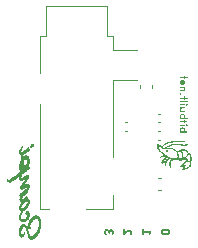
<source format=gbr>
%TF.GenerationSoftware,KiCad,Pcbnew,8.99.0-2176-gc19aa8170b*%
%TF.CreationDate,2024-08-30T16:07:14-04:00*%
%TF.ProjectId,scampi,7363616d-7069-42e6-9b69-6361645f7063,rev?*%
%TF.SameCoordinates,Original*%
%TF.FileFunction,Legend,Bot*%
%TF.FilePolarity,Positive*%
%FSLAX46Y46*%
G04 Gerber Fmt 4.6, Leading zero omitted, Abs format (unit mm)*
G04 Created by KiCad (PCBNEW 8.99.0-2176-gc19aa8170b) date 2024-08-30 16:07:14*
%MOMM*%
%LPD*%
G01*
G04 APERTURE LIST*
%ADD10C,0.093750*%
%ADD11C,0.400000*%
%ADD12C,0.300000*%
%ADD13C,0.125000*%
%ADD14C,0.120000*%
G04 APERTURE END LIST*
D10*
G36*
X148349261Y-101667023D02*
G01*
X148350718Y-101631455D01*
X148355057Y-101596986D01*
X148362090Y-101564448D01*
X148371816Y-101533563D01*
X148383692Y-101505646D01*
X148397983Y-101479797D01*
X148413756Y-101457398D01*
X148431635Y-101437325D01*
X148450475Y-101420665D01*
X148471140Y-101406483D01*
X148492559Y-101395425D01*
X148515588Y-101386969D01*
X148539481Y-101381402D01*
X148564845Y-101378601D01*
X148577094Y-101378282D01*
X148602654Y-101379720D01*
X148626487Y-101383921D01*
X148648612Y-101390723D01*
X148669016Y-101399956D01*
X148705393Y-101425696D01*
X148735766Y-101461133D01*
X148759519Y-101506489D01*
X148767191Y-101528400D01*
X148772457Y-101528400D01*
X148784460Y-101502619D01*
X148798348Y-101479794D01*
X148813402Y-101460644D01*
X148830047Y-101444242D01*
X148847754Y-101430893D01*
X148866839Y-101420175D01*
X148908769Y-101406674D01*
X148944649Y-101403470D01*
X148972197Y-101404920D01*
X148997954Y-101409206D01*
X149021344Y-101416034D01*
X149042987Y-101425386D01*
X149080702Y-101451091D01*
X149111666Y-101486258D01*
X149135797Y-101531494D01*
X149152281Y-101587687D01*
X149159692Y-101655548D01*
X149159933Y-101671191D01*
X149158484Y-101703112D01*
X149154202Y-101733914D01*
X149137338Y-101792966D01*
X149109003Y-101850308D01*
X149095865Y-101870722D01*
X149086338Y-101882188D01*
X149076050Y-101889830D01*
X149066170Y-101893542D01*
X149055839Y-101894291D01*
X149033838Y-101887049D01*
X149022364Y-101879102D01*
X148988750Y-101851808D01*
X148977857Y-101841215D01*
X148970915Y-101830090D01*
X148967979Y-101819779D01*
X148967975Y-101809009D01*
X148976863Y-101785320D01*
X148981422Y-101778306D01*
X148995836Y-101753824D01*
X149006212Y-101728997D01*
X149011526Y-101707950D01*
X149013874Y-101685742D01*
X149013983Y-101679617D01*
X149012529Y-101658605D01*
X149008211Y-101640277D01*
X149001839Y-101625970D01*
X148993196Y-101613999D01*
X148982928Y-101604837D01*
X148970700Y-101597873D01*
X148939913Y-101590667D01*
X148931002Y-101590362D01*
X148911839Y-101591889D01*
X148894316Y-101596718D01*
X148880825Y-101603686D01*
X148868688Y-101613529D01*
X148849547Y-101641155D01*
X148835776Y-101683637D01*
X148831259Y-101712178D01*
X148828199Y-101729358D01*
X148822365Y-101743360D01*
X148815239Y-101752583D01*
X148806011Y-101759416D01*
X148782220Y-101765592D01*
X148777678Y-101765713D01*
X148748277Y-101765713D01*
X148733361Y-101764256D01*
X148720971Y-101759922D01*
X148711932Y-101753620D01*
X148704813Y-101745079D01*
X148695955Y-101720558D01*
X148694742Y-101711124D01*
X148690596Y-101673477D01*
X148684122Y-101642633D01*
X148676594Y-101620710D01*
X148667392Y-101603144D01*
X148657555Y-101590548D01*
X148646405Y-101580944D01*
X148620311Y-101569466D01*
X148589733Y-101566227D01*
X148572661Y-101567670D01*
X148557367Y-101571904D01*
X148544253Y-101578540D01*
X148532833Y-101587542D01*
X148514773Y-101612827D01*
X148503443Y-101649228D01*
X148500478Y-101685891D01*
X148506115Y-101731041D01*
X148523045Y-101775130D01*
X148542472Y-101806654D01*
X148550850Y-101821139D01*
X148555140Y-101834985D01*
X148555489Y-101846250D01*
X148552720Y-101856962D01*
X148538378Y-101875874D01*
X148532993Y-101880156D01*
X148497318Y-101906397D01*
X148483113Y-101914804D01*
X148469227Y-101919228D01*
X148457787Y-101919690D01*
X148446732Y-101916985D01*
X148427016Y-101902596D01*
X148424869Y-101900123D01*
X148407143Y-101876937D01*
X148391529Y-101851513D01*
X148378428Y-101824440D01*
X148367596Y-101795140D01*
X148359196Y-101763760D01*
X148353280Y-101730096D01*
X148349261Y-101667023D01*
G37*
D11*
G36*
X143019570Y-101173887D02*
G01*
X143030806Y-101105194D01*
X143039354Y-101015587D01*
X143042041Y-100966281D01*
X143042041Y-100899572D01*
X143040697Y-100832863D01*
X143036545Y-100780198D01*
X143030806Y-100741120D01*
X143024455Y-100709368D01*
X143022501Y-100708452D01*
X143019692Y-100677006D01*
X143006870Y-100626936D01*
X142989895Y-100575798D01*
X142974141Y-100539772D01*
X142963761Y-100521301D01*
X142951427Y-100502983D01*
X142937627Y-100482069D01*
X142927369Y-100455355D01*
X142917843Y-100443449D01*
X142916133Y-100444975D01*
X142906730Y-100422077D01*
X142898156Y-100414212D01*
X142893053Y-100419024D01*
X142896594Y-100416887D01*
X142887313Y-100392616D01*
X142880718Y-100382540D01*
X142877055Y-100374908D01*
X142870338Y-100366512D01*
X142856416Y-100354300D01*
X142848722Y-100344530D01*
X142839563Y-100338577D01*
X142840662Y-100341935D01*
X142837455Y-100328712D01*
X142828328Y-100324533D01*
X142822711Y-100324533D01*
X142823810Y-100326059D01*
X142814284Y-100314153D01*
X142808789Y-100314153D01*
X142809888Y-100315526D01*
X142800362Y-100303620D01*
X142798653Y-100301482D01*
X142795672Y-100292691D01*
X142785708Y-100293087D01*
X142781922Y-100290949D01*
X142778595Y-100275346D01*
X142769588Y-100280569D01*
X142766779Y-100281332D01*
X142765069Y-100280569D01*
X142755544Y-100268662D01*
X142749316Y-100268662D01*
X142716587Y-100248207D01*
X142652595Y-100232026D01*
X142576514Y-100225004D01*
X142506172Y-100226683D01*
X142435341Y-100249733D01*
X142353520Y-100299040D01*
X142266448Y-100365749D01*
X142184870Y-100441311D01*
X142094317Y-100563158D01*
X142017808Y-100683570D01*
X141954843Y-100809280D01*
X141912418Y-100933003D01*
X141901060Y-100989789D01*
X141898251Y-101060467D01*
X141903869Y-101156027D01*
X141929392Y-101244260D01*
X141939528Y-101276164D01*
X141946978Y-101297993D01*
X141971646Y-101336004D01*
X141983370Y-101354322D01*
X141987766Y-101359817D01*
X141994483Y-101366076D01*
X142000956Y-101369129D01*
X142008039Y-101375082D01*
X142024036Y-101390653D01*
X142033684Y-101392790D01*
X142062016Y-101401186D01*
X142073862Y-101403018D01*
X142083387Y-101404697D01*
X142101781Y-101404024D01*
X142127351Y-101383936D01*
X142145934Y-101355369D01*
X142146769Y-101335851D01*
X142147868Y-101323333D01*
X142153485Y-101309442D01*
X142142861Y-101300436D01*
X142141151Y-101277996D01*
X142143960Y-101247008D01*
X142133213Y-101240901D01*
X142127840Y-101239833D01*
X142127107Y-101206555D01*
X142111231Y-101192053D01*
X142111231Y-101198006D01*
X142104026Y-101179841D01*
X142089873Y-101151716D01*
X142087551Y-101102044D01*
X142104515Y-101016809D01*
X142148845Y-100925065D01*
X142210272Y-100825689D01*
X142261685Y-100752721D01*
X142315907Y-100693492D01*
X142358527Y-100654413D01*
X142377578Y-100634111D01*
X142416168Y-100602970D01*
X142460865Y-100569844D01*
X142497257Y-100543588D01*
X142591168Y-100497029D01*
X142632588Y-100490541D01*
X142673845Y-100495198D01*
X142720861Y-100510157D01*
X142746018Y-100525423D01*
X142755177Y-100533666D01*
X142766615Y-100543981D01*
X142788761Y-100586178D01*
X142818925Y-100677311D01*
X142824420Y-100710284D01*
X142830038Y-100736693D01*
X142831381Y-100749821D01*
X142832847Y-100764628D01*
X142836144Y-100787678D01*
X142835655Y-100847060D01*
X142829203Y-100976656D01*
X142810498Y-101094356D01*
X142779210Y-101210780D01*
X142729654Y-101348674D01*
X142638918Y-101543915D01*
X142585906Y-101630342D01*
X142517773Y-101725113D01*
X142440968Y-101814394D01*
X142365854Y-101888908D01*
X142289000Y-101949849D01*
X142222850Y-101986147D01*
X142161179Y-101994696D01*
X142110987Y-101989964D01*
X142091487Y-101971910D01*
X142071908Y-101939436D01*
X142054323Y-101887840D01*
X142052002Y-101873948D01*
X142043087Y-101849524D01*
X142028799Y-101817009D01*
X142023426Y-101783426D01*
X142001078Y-101683439D01*
X141971646Y-101567882D01*
X141942093Y-101462704D01*
X141920111Y-101395080D01*
X141918646Y-101385615D01*
X141917302Y-101378746D01*
X141914005Y-101366687D01*
X141908143Y-101358291D01*
X141903258Y-101343789D01*
X141893733Y-101328371D01*
X141893733Y-101329897D01*
X141894954Y-101326234D01*
X141890436Y-101308831D01*
X141883230Y-101292345D01*
X141872484Y-101270363D01*
X141869187Y-101258304D01*
X141863325Y-101249908D01*
X141858562Y-101237390D01*
X141862407Y-101227173D01*
X141851845Y-101223499D01*
X141844518Y-101217851D01*
X141834260Y-101189153D01*
X141827787Y-101179383D01*
X141815453Y-101167476D01*
X141816064Y-101167934D01*
X141816752Y-101154413D01*
X141809836Y-101151448D01*
X141810935Y-101151448D01*
X141802386Y-101132519D01*
X141799699Y-101126871D01*
X141790174Y-101109468D01*
X141773443Y-101097561D01*
X141765750Y-101089471D01*
X141747676Y-101070542D01*
X141731067Y-101052987D01*
X141722763Y-101041538D01*
X141715436Y-101037111D01*
X141709330Y-101029326D01*
X141689907Y-101007483D01*
X141651688Y-100985973D01*
X141624944Y-100971929D01*
X141608335Y-100964602D01*
X141601863Y-100963686D01*
X141598321Y-100959106D01*
X141532360Y-100942831D01*
X141473486Y-100948788D01*
X141419047Y-100975745D01*
X141396699Y-100989789D01*
X141311824Y-101074511D01*
X141265053Y-101137454D01*
X141227316Y-101204723D01*
X141176683Y-101322760D01*
X141144833Y-101443087D01*
X141130726Y-101567351D01*
X141134382Y-101697483D01*
X141142808Y-101768008D01*
X141165401Y-101866468D01*
X141180910Y-101926461D01*
X141194221Y-101962792D01*
X141207411Y-101992559D01*
X141222309Y-102013167D01*
X141221088Y-102009808D01*
X141234277Y-102037286D01*
X141256381Y-102064916D01*
X141263831Y-102071938D01*
X141265077Y-102082312D01*
X141284836Y-102094530D01*
X141325746Y-102104147D01*
X141338691Y-102106284D01*
X141342644Y-102114426D01*
X141359330Y-102118191D01*
X141383345Y-102113095D01*
X141415505Y-102094988D01*
X141480718Y-102034843D01*
X141544221Y-101950122D01*
X141595024Y-101853188D01*
X141623234Y-101773656D01*
X141634713Y-101700536D01*
X141627997Y-101657183D01*
X141620145Y-101639582D01*
X141613953Y-101641002D01*
X141611877Y-101642376D01*
X141598792Y-101634440D01*
X141568646Y-101677028D01*
X141536777Y-101733586D01*
X141487191Y-101784036D01*
X141430529Y-101820243D01*
X141381556Y-101835480D01*
X141347484Y-101835480D01*
X141337226Y-101816399D01*
X141319768Y-101779616D01*
X141312923Y-101718091D01*
X141317443Y-101642633D01*
X141330997Y-101568950D01*
X141379602Y-101426526D01*
X141404392Y-101379967D01*
X141440418Y-101329745D01*
X141477787Y-101288224D01*
X141506608Y-101264257D01*
X141518087Y-101255251D01*
X141529323Y-101246550D01*
X141551476Y-101236292D01*
X141592581Y-101236780D01*
X141633977Y-101250035D01*
X141664633Y-101274027D01*
X141700170Y-101321960D01*
X141722030Y-101357833D01*
X141727159Y-101376609D01*
X141735586Y-101390958D01*
X141748897Y-101424542D01*
X141761353Y-101460720D01*
X141766727Y-101483618D01*
X141773443Y-101501173D01*
X141779672Y-101522697D01*
X141789197Y-101551700D01*
X141790540Y-101558265D01*
X141791884Y-101565286D01*
X141806050Y-101619783D01*
X141820094Y-101691072D01*
X141834626Y-101752438D01*
X141846594Y-101789532D01*
X141856242Y-101826474D01*
X141857585Y-101833801D01*
X141859050Y-101837923D01*
X141870286Y-101872880D01*
X141878712Y-101908906D01*
X141878712Y-101910432D01*
X141880055Y-101917759D01*
X141881521Y-101920812D01*
X141884574Y-101936688D01*
X141895931Y-101968592D01*
X141905457Y-101995917D01*
X141909487Y-102008282D01*
X141923775Y-102055757D01*
X141944169Y-102102773D01*
X141948688Y-102115291D01*
X141952473Y-102120176D01*
X141962121Y-102128572D01*
X141962609Y-102131014D01*
X141965418Y-102136204D01*
X141969326Y-102139257D01*
X141974944Y-102146127D01*
X141976653Y-102149790D01*
X141983981Y-102162766D01*
X141999856Y-102189785D01*
X142018907Y-102215278D01*
X142033684Y-102226574D01*
X142044797Y-102238786D01*
X142053224Y-102249624D01*
X142061650Y-102254509D01*
X142068977Y-102255120D01*
X142120635Y-102277102D01*
X142195983Y-102289467D01*
X142246414Y-102281751D01*
X142316151Y-102254357D01*
X142387488Y-102213153D01*
X142463918Y-102155896D01*
X142551908Y-102077277D01*
X142644902Y-101973325D01*
X142732592Y-101858054D01*
X142811964Y-101738394D01*
X142880182Y-101602343D01*
X142938115Y-101463010D01*
X142985339Y-101319118D01*
X143019570Y-101173887D01*
G37*
G36*
X142466727Y-102103384D02*
G01*
X142535359Y-102045529D01*
X142601182Y-101984316D01*
X142615348Y-101968287D01*
X142610097Y-101966303D01*
X142564180Y-102014999D01*
X142498600Y-102076059D01*
X142439127Y-102126282D01*
X142408597Y-102146890D01*
X142415191Y-102145211D01*
X142466727Y-102103384D01*
G37*
G36*
X142551357Y-101788005D02*
G01*
X142506538Y-101836854D01*
X142456468Y-101894404D01*
X142403468Y-101946611D01*
X142362801Y-101981873D01*
X142348147Y-101996833D01*
X142369030Y-101977294D01*
X142439005Y-101912569D01*
X142514720Y-101837159D01*
X142551357Y-101788005D01*
G37*
G36*
X142387592Y-102122618D02*
G01*
X142370373Y-102143379D01*
X142433021Y-102096515D01*
X142455491Y-102080639D01*
X142472588Y-102064610D01*
X142482480Y-102053772D01*
X142469902Y-102061099D01*
X142445600Y-102083081D01*
X142415191Y-102107200D01*
X142387592Y-102122618D01*
G37*
G36*
X142190854Y-100643728D02*
G01*
X142186214Y-100654566D01*
X142207096Y-100630447D01*
X142243489Y-100596711D01*
X142226880Y-100609839D01*
X142190854Y-100643728D01*
G37*
G36*
X142211127Y-100717764D02*
G01*
X142221629Y-100711963D01*
X142243611Y-100686318D01*
X142253014Y-100676090D01*
X142263150Y-100665252D01*
X142267547Y-100654719D01*
X142256922Y-100662504D01*
X142237993Y-100686165D01*
X142227247Y-100696240D01*
X142215523Y-100707231D01*
X142211127Y-100717764D01*
G37*
G36*
X142148356Y-100605870D02*
G01*
X142165331Y-100583125D01*
X142175223Y-100565265D01*
X142145669Y-100602359D01*
X142128084Y-100623578D01*
X142148356Y-100605870D01*
G37*
G36*
X142243244Y-100721733D02*
G01*
X142222240Y-100741272D01*
X142212714Y-100752721D01*
X142248984Y-100721427D01*
X142265959Y-100700209D01*
X142270355Y-100689676D01*
X142259609Y-100695782D01*
X142243244Y-100721733D01*
G37*
G36*
X142410673Y-102036980D02*
G01*
X142435464Y-102007061D01*
X142408841Y-102030722D01*
X142372937Y-102056673D01*
X142374769Y-102062779D01*
X142410673Y-102036980D01*
G37*
G36*
X141396577Y-101178620D02*
G01*
X141402438Y-101181825D01*
X141406957Y-101172361D01*
X141409766Y-101170224D01*
X141407079Y-101170224D01*
X141396577Y-101178620D01*
G37*
G36*
X141426496Y-101245786D02*
G01*
X141429305Y-101231895D01*
X141425397Y-101236933D01*
X141420512Y-101242886D01*
X141415261Y-101252808D01*
X141416971Y-101254793D01*
X141426496Y-101245786D01*
G37*
G36*
X141499281Y-101833496D02*
G01*
X141514302Y-101821436D01*
X141516011Y-101817315D01*
X141516011Y-101813956D01*
X141513203Y-101812430D01*
X141506486Y-101823421D01*
X141499281Y-101833496D01*
G37*
G36*
X141529445Y-101795943D02*
G01*
X141531154Y-101805408D01*
X141535673Y-101798538D01*
X141529445Y-101795943D01*
G37*
G36*
X141469361Y-101982331D02*
G01*
X141469605Y-101985842D01*
X141470826Y-101984316D01*
X141469361Y-101982331D01*
G37*
G36*
X141454462Y-101990880D02*
G01*
X141449944Y-102003244D01*
X141451653Y-102001260D01*
X141454462Y-101990880D01*
G37*
G36*
X141468506Y-102008282D02*
G01*
X141461912Y-102015609D01*
X141463988Y-102020799D01*
X141468506Y-102008282D01*
G37*
G36*
X141344797Y-100789510D02*
G01*
X141404759Y-100808592D01*
X141442739Y-100817445D01*
X141559731Y-100822636D01*
X141659870Y-100799738D01*
X141754392Y-100745088D01*
X141851479Y-100655482D01*
X141909825Y-100585791D01*
X141964075Y-100498861D01*
X142010504Y-100404585D01*
X142045774Y-100314305D01*
X142066901Y-100179666D01*
X142066938Y-100109765D01*
X142059696Y-100065941D01*
X142055300Y-100043654D01*
X142050170Y-100031289D01*
X142048827Y-100027930D01*
X142042110Y-100013734D01*
X142034661Y-99999537D01*
X142021071Y-99949247D01*
X142014145Y-99941682D01*
X142015244Y-99941682D01*
X142015244Y-99929775D01*
X142006817Y-99924127D01*
X141996437Y-99912373D01*
X141983614Y-99905656D01*
X141970059Y-99887033D01*
X141934277Y-99860166D01*
X141907288Y-99847801D01*
X141891779Y-99842306D01*
X141849404Y-99838862D01*
X141788464Y-99867493D01*
X141743401Y-99897413D01*
X141703468Y-99938171D01*
X141670261Y-99988612D01*
X141657672Y-100025335D01*
X141657200Y-100059050D01*
X141666831Y-100081053D01*
X141676547Y-100085970D01*
X141697850Y-100067620D01*
X141714703Y-100043043D01*
X141697362Y-100064872D01*
X141682829Y-100127001D01*
X141686922Y-100138006D01*
X141701758Y-100142419D01*
X141705544Y-100138908D01*
X141706643Y-100161653D01*
X141717512Y-100183025D01*
X141744501Y-100210960D01*
X141759704Y-100216021D01*
X141776252Y-100203938D01*
X141784923Y-100189589D01*
X141804340Y-100161653D01*
X141837069Y-100134787D01*
X141866256Y-100118300D01*
X141875293Y-100120437D01*
X141873217Y-100136618D01*
X141855083Y-100200239D01*
X141814842Y-100288812D01*
X141764201Y-100371457D01*
X141712260Y-100431084D01*
X141624760Y-100502036D01*
X141536615Y-100534332D01*
X141444204Y-100531529D01*
X141422588Y-100527865D01*
X141409766Y-100527865D01*
X141399630Y-100526186D01*
X141384487Y-100520843D01*
X141376182Y-100520843D01*
X141374473Y-100520232D01*
X141357742Y-100503746D01*
X141340889Y-100494282D01*
X141334173Y-100478864D01*
X141321716Y-100457798D01*
X141309993Y-100419940D01*
X141304497Y-100324991D01*
X141310783Y-100263059D01*
X141332219Y-100184856D01*
X141369832Y-100080290D01*
X141405980Y-100003811D01*
X141446402Y-99934050D01*
X141499525Y-99846733D01*
X141518210Y-99812386D01*
X141522728Y-99790099D01*
X141515645Y-99772391D01*
X141516744Y-99772697D01*
X141514924Y-99754511D01*
X141500502Y-99755294D01*
X141500380Y-99760637D01*
X141502533Y-99741691D01*
X141489633Y-99746441D01*
X141429549Y-99805059D01*
X141330020Y-99913747D01*
X141277684Y-99977716D01*
X141227438Y-100054187D01*
X141190802Y-100121201D01*
X141169675Y-100172492D01*
X141156974Y-100220119D01*
X141145739Y-100276295D01*
X141138656Y-100354147D01*
X141140000Y-100442838D01*
X141144396Y-100465125D01*
X141152822Y-100480848D01*
X141154043Y-100483749D01*
X141156974Y-100499624D01*
X141185243Y-100595119D01*
X141208143Y-100640827D01*
X141245024Y-100696087D01*
X141269815Y-100716085D01*
X141268715Y-100721580D01*
X141278241Y-100733487D01*
X141282759Y-100737609D01*
X141285446Y-100741120D01*
X141292163Y-100747531D01*
X141299490Y-100751653D01*
X141319030Y-100772108D01*
X141335760Y-100778977D01*
X141333073Y-100777603D01*
X141344797Y-100789510D01*
G37*
G36*
X141795792Y-100662199D02*
G01*
X141812766Y-100644491D01*
X141837679Y-100618540D01*
X141868576Y-100581751D01*
X141890924Y-100551984D01*
X141887749Y-100551221D01*
X141850502Y-100595795D01*
X141807271Y-100644491D01*
X141795792Y-100662199D01*
G37*
G36*
X141732288Y-100500540D02*
G01*
X141735586Y-100503135D01*
X141781748Y-100455813D01*
X141808248Y-100421009D01*
X141795792Y-100427878D01*
X141767948Y-100464515D01*
X141732288Y-100500540D01*
G37*
G36*
X141780160Y-100633195D02*
G01*
X141784312Y-100633500D01*
X141817896Y-100602970D01*
X141846228Y-100564196D01*
X141815453Y-100595642D01*
X141780160Y-100633195D01*
G37*
G36*
X141775031Y-100562059D02*
G01*
X141779549Y-100559617D01*
X141780648Y-100558701D01*
X141780160Y-100555342D01*
X141771367Y-100556411D01*
X141766238Y-100569692D01*
X141767826Y-100567554D01*
X141770757Y-100565570D01*
X141775031Y-100562059D01*
G37*
G36*
X141491831Y-98472867D02*
G01*
X141499159Y-98475004D01*
X141505875Y-98496680D01*
X141502822Y-98526905D01*
X141474490Y-98576975D01*
X141442250Y-98645058D01*
X141407201Y-98718483D01*
X141374961Y-98784887D01*
X141354200Y-98828240D01*
X141344309Y-98863655D01*
X141363970Y-98863197D01*
X141412070Y-98848968D01*
X141489267Y-98811143D01*
X141659748Y-98699402D01*
X141798445Y-98605826D01*
X141829741Y-98605826D01*
X141829892Y-98604641D01*
X141829741Y-98604453D01*
X141829741Y-98605826D01*
X141798445Y-98605826D01*
X141799531Y-98605093D01*
X141830840Y-98595446D01*
X141830840Y-98597210D01*
X141831388Y-98592914D01*
X141838168Y-98600484D01*
X141847693Y-98626740D01*
X141847693Y-98638799D01*
X141849403Y-98639410D01*
X141859050Y-98635899D01*
X141878468Y-98642921D01*
X141882986Y-98642921D01*
X141891290Y-98658339D01*
X141886406Y-98681694D01*
X141881643Y-98691311D01*
X141883719Y-98688258D01*
X141898618Y-98688258D01*
X141903869Y-98691769D01*
X141911311Y-98686446D01*
X141910952Y-98700013D01*
X141903381Y-98733901D01*
X141901671Y-98744740D01*
X141908265Y-98747793D01*
X141917516Y-98751647D01*
X141920600Y-98763210D01*
X141926706Y-98776033D01*
X141937941Y-98786719D01*
X141962976Y-98805190D01*
X141976531Y-98826103D01*
X141983859Y-98831751D01*
X141995094Y-98836636D01*
X141999002Y-98843658D01*
X141999979Y-98845795D01*
X142005230Y-98847322D01*
X142014389Y-98870219D01*
X142023016Y-98873650D01*
X142018663Y-98884111D01*
X142018663Y-98892506D01*
X142019152Y-98894644D01*
X142029776Y-98910061D01*
X142034783Y-98935249D01*
X142044309Y-98950667D01*
X142046629Y-98964558D01*
X142046629Y-98974328D01*
X142057376Y-99013559D01*
X142062260Y-99064240D01*
X142057986Y-99111867D01*
X142055177Y-99141939D01*
X142049438Y-99170485D01*
X142036859Y-99208954D01*
X142027090Y-99254444D01*
X142017076Y-99288027D01*
X142003032Y-99323290D01*
X141980439Y-99370765D01*
X141916442Y-99486747D01*
X141830108Y-99606154D01*
X141732425Y-99713378D01*
X141632027Y-99799105D01*
X141521411Y-99867671D01*
X141423321Y-99897718D01*
X141352373Y-99905486D01*
X141294727Y-99886728D01*
X141257480Y-99866272D01*
X141236720Y-99851160D01*
X141219989Y-99826430D01*
X141219989Y-99824904D01*
X141217180Y-99817882D01*
X141211196Y-99810554D01*
X141201304Y-99794526D01*
X141183597Y-99772391D01*
X141183597Y-99752547D01*
X141167233Y-99720490D01*
X141155631Y-99672557D01*
X141147937Y-99614397D01*
X141145073Y-99593025D01*
X141304497Y-99593025D01*
X141313900Y-99612412D01*
X141358597Y-99629357D01*
X141420024Y-99625846D01*
X141478796Y-99600297D01*
X141551793Y-99551199D01*
X141621654Y-99488146D01*
X141683928Y-99413812D01*
X141758940Y-99310499D01*
X141816186Y-99212007D01*
X141859192Y-99111785D01*
X141878712Y-99031725D01*
X141874193Y-99016307D01*
X141811545Y-99040426D01*
X141781870Y-99056760D01*
X141770757Y-99053554D01*
X141767085Y-99042773D01*
X141772437Y-99030996D01*
X141736318Y-99044395D01*
X141732272Y-99040390D01*
X141736406Y-99030689D01*
X141720565Y-99040426D01*
X141661336Y-99099044D01*
X141552159Y-99216281D01*
X141480840Y-99296728D01*
X141427840Y-99361300D01*
X141376304Y-99430909D01*
X141342965Y-99491665D01*
X141318175Y-99545245D01*
X141304497Y-99593025D01*
X141145073Y-99593025D01*
X141143907Y-99584324D01*
X141140000Y-99572418D01*
X141141953Y-99528759D01*
X141147937Y-99465256D01*
X141164550Y-99404531D01*
X141195931Y-99330922D01*
X141237889Y-99256448D01*
X141300223Y-99165601D01*
X141313534Y-99142245D01*
X141318785Y-99131864D01*
X141290819Y-99121179D01*
X141247100Y-99096602D01*
X141229191Y-99078373D01*
X141231346Y-99066072D01*
X141230125Y-99066682D01*
X141222309Y-99060881D01*
X141204235Y-99034625D01*
X141201060Y-99018444D01*
X141193489Y-99004400D01*
X141187138Y-98986693D01*
X141184207Y-98969596D01*
X141184207Y-98948530D01*
X141178590Y-98907008D01*
X141172972Y-98861671D01*
X141175903Y-98814807D01*
X141190314Y-98764279D01*
X141261022Y-98675741D01*
X141437976Y-98496833D01*
X141480474Y-98461571D01*
X141488820Y-98460644D01*
X141491831Y-98472867D01*
G37*
G36*
X141249176Y-98694517D02*
G01*
X141255404Y-98706424D01*
X141281294Y-98702913D01*
X141315732Y-98688716D01*
X141370687Y-98658797D01*
X141429305Y-98627350D01*
X141475223Y-98604911D01*
X141510638Y-98585371D01*
X141565471Y-98550109D01*
X141628485Y-98508129D01*
X141686004Y-98464318D01*
X141817522Y-98377824D01*
X141849281Y-98363721D01*
X141876692Y-98355316D01*
X141899351Y-98337923D01*
X141915102Y-98313266D01*
X141920111Y-98285716D01*
X141918015Y-98265926D01*
X141905090Y-98263734D01*
X141905701Y-98267092D01*
X141908143Y-98263734D01*
X141913832Y-98252155D01*
X141907411Y-98248927D01*
X141908387Y-98242363D01*
X141911318Y-98213511D01*
X141897519Y-98196567D01*
X141897519Y-98185271D01*
X141894344Y-98156878D01*
X141877002Y-98140544D01*
X141873339Y-98137338D01*
X141893855Y-98106808D01*
X141917547Y-98077041D01*
X141938674Y-98047274D01*
X141949542Y-98030482D01*
X141956870Y-98020865D01*
X141972379Y-97996288D01*
X141996315Y-97954156D01*
X142020251Y-97908513D01*
X142037226Y-97871266D01*
X142060184Y-97779370D01*
X142063312Y-97729923D01*
X142057131Y-97715714D01*
X142057131Y-97715256D01*
X142055177Y-97708234D01*
X142057131Y-97705944D01*
X142057131Y-97692816D01*
X142045286Y-97677093D01*
X142037470Y-97643662D01*
X142028555Y-97625191D01*
X142016831Y-97603057D01*
X142010115Y-97596646D01*
X142005718Y-97589318D01*
X142004009Y-97587792D01*
X142005352Y-97577411D01*
X141995704Y-97580922D01*
X141990087Y-97580770D01*
X141991244Y-97571235D01*
X141973722Y-97556956D01*
X141946612Y-97539859D01*
X141927658Y-97526975D01*
X141892878Y-97532074D01*
X141798600Y-97569016D01*
X141648757Y-97651295D01*
X141506730Y-97729147D01*
X141523583Y-97714493D01*
X141559242Y-97671598D01*
X141604061Y-97617406D01*
X141644605Y-97568405D01*
X141758056Y-97430102D01*
X141858928Y-97291800D01*
X141938918Y-97169068D01*
X141989598Y-97077477D01*
X142009870Y-96996571D01*
X142009751Y-96962777D01*
X142000101Y-96954897D01*
X142001200Y-96949249D01*
X141998147Y-96935663D01*
X141992529Y-96919635D01*
X141984225Y-96881167D01*
X141980928Y-96872923D01*
X141978852Y-96863917D01*
X141969937Y-96853842D01*
X141967616Y-96832471D01*
X141953695Y-96832471D01*
X141956503Y-96831250D01*
X141944169Y-96818427D01*
X141927561Y-96806367D01*
X141907777Y-96794002D01*
X141906067Y-96786370D01*
X141881216Y-96779267D01*
X141805561Y-96804841D01*
X141762086Y-96827586D01*
X141701758Y-96860864D01*
X141632027Y-96906354D01*
X141589895Y-96929252D01*
X141539581Y-96962377D01*
X141514424Y-96974437D01*
X141494518Y-96986954D01*
X141478642Y-96996877D01*
X141455806Y-97004204D01*
X141399874Y-97035803D01*
X141361406Y-97052747D01*
X141335499Y-97049764D01*
X141329654Y-97039009D01*
X141332463Y-97004051D01*
X141348949Y-96947723D01*
X141382288Y-96864222D01*
X141429794Y-96766525D01*
X141502822Y-96619216D01*
X141515767Y-96588686D01*
X141519919Y-96566857D01*
X141516258Y-96550241D01*
X141505143Y-96539227D01*
X141479986Y-96539685D01*
X141453363Y-96569604D01*
X141423932Y-96601203D01*
X141384609Y-96646693D01*
X141328555Y-96714929D01*
X141264197Y-96795529D01*
X141222065Y-96851705D01*
X141193855Y-96893989D01*
X141173949Y-96936732D01*
X141142808Y-97043130D01*
X141139981Y-97089322D01*
X141148670Y-97136248D01*
X141162348Y-97184486D01*
X141169064Y-97215016D01*
X141173583Y-97220512D01*
X141173583Y-97220054D01*
X141169025Y-97230545D01*
X141177491Y-97233945D01*
X141176392Y-97236082D01*
X141184330Y-97251500D01*
X141194221Y-97253484D01*
X141196908Y-97269055D01*
X141208265Y-97278061D01*
X141207166Y-97278061D01*
X141209120Y-97285846D01*
X141209975Y-97286304D01*
X141235743Y-97303401D01*
X141288377Y-97321262D01*
X141350186Y-97330115D01*
X141408056Y-97321262D01*
X141460080Y-97296685D01*
X141509295Y-97271955D01*
X141583422Y-97231808D01*
X141652177Y-97191355D01*
X141682341Y-97174258D01*
X141694431Y-97168610D01*
X141633614Y-97239593D01*
X141490854Y-97417890D01*
X141352369Y-97591150D01*
X141273722Y-97694648D01*
X141238185Y-97755251D01*
X141229515Y-97798756D01*
X141229515Y-97836614D01*
X141243925Y-97892027D01*
X141246367Y-97914619D01*
X141254183Y-97933395D01*
X141257480Y-97944081D01*
X141254549Y-97953446D01*
X141261755Y-97963926D01*
X141268227Y-97968505D01*
X141268715Y-97969116D01*
X141287889Y-97998272D01*
X141319640Y-98024376D01*
X141347117Y-98031245D01*
X141400512Y-98039667D01*
X141485725Y-98020865D01*
X141515645Y-98012011D01*
X141559487Y-97990792D01*
X141604427Y-97966215D01*
X141637889Y-97947134D01*
X141658771Y-97936754D01*
X141685638Y-97922557D01*
X141720443Y-97901644D01*
X141758178Y-97884241D01*
X141800676Y-97859970D01*
X141817773Y-97841346D01*
X141828276Y-97834172D01*
X141799455Y-97882257D01*
X141739982Y-97960109D01*
X141671716Y-98034909D01*
X141592337Y-98109861D01*
X141477665Y-98193667D01*
X141393768Y-98253201D01*
X141313900Y-98312735D01*
X141246612Y-98365247D01*
X141202892Y-98404021D01*
X141161707Y-98464670D01*
X141154043Y-98498970D01*
X141154043Y-98515151D01*
X141160638Y-98524616D01*
X141162348Y-98529195D01*
X141162348Y-98540644D01*
X141165106Y-98561843D01*
X141170774Y-98566595D01*
X141170774Y-98568579D01*
X141174071Y-98599262D01*
X141178712Y-98602163D01*
X141174772Y-98614274D01*
X141183353Y-98628266D01*
X141187627Y-98642158D01*
X141192512Y-98653912D01*
X141193122Y-98656049D01*
X141196734Y-98664335D01*
X141211074Y-98667956D01*
X141218401Y-98668108D01*
X141223620Y-98683076D01*
X141241849Y-98688869D01*
X141249176Y-98694517D01*
G37*
G36*
X141621646Y-98439894D02*
G01*
X141679288Y-98397609D01*
X141681120Y-98390282D01*
X141652299Y-98414248D01*
X141592459Y-98457754D01*
X141528346Y-98502939D01*
X141486946Y-98528890D01*
X141480596Y-98535759D01*
X141529078Y-98506450D01*
X141575362Y-98474851D01*
X141621646Y-98439894D01*
G37*
G36*
X141618471Y-98161762D02*
G01*
X141586353Y-98188782D01*
X141521140Y-98235646D01*
X141455806Y-98280831D01*
X141423688Y-98301439D01*
X141440052Y-98295333D01*
X141506852Y-98247705D01*
X141565471Y-98207405D01*
X141605160Y-98180844D01*
X141618471Y-98161762D01*
G37*
G36*
X141646437Y-98446763D02*
G01*
X141624944Y-98461876D01*
X141577072Y-98496222D01*
X141528590Y-98529195D01*
X141504898Y-98542781D01*
X141511249Y-98543850D01*
X141548618Y-98524005D01*
X141624211Y-98467982D01*
X141641430Y-98455312D01*
X141646437Y-98446763D01*
G37*
G36*
X141667808Y-98431345D02*
G01*
X141667198Y-98435772D01*
X141671472Y-98437146D01*
X141678311Y-98430124D01*
X141678311Y-98428750D01*
X141667808Y-98431345D01*
G37*
G36*
X141697484Y-98082994D02*
G01*
X141694064Y-98092916D01*
X141695163Y-98091543D01*
X141700415Y-98089711D01*
X141697484Y-98082994D01*
G37*
G36*
X141687958Y-98413333D02*
G01*
X141686737Y-98420202D01*
X141691133Y-98419591D01*
X141695286Y-98417912D01*
X141697972Y-98416080D01*
X141697972Y-98414554D01*
X141687958Y-98413333D01*
G37*
G36*
X141645216Y-98134438D02*
G01*
X141639110Y-98145429D01*
X141649368Y-98139170D01*
X141645216Y-98134438D01*
G37*
G36*
X141485481Y-94837159D02*
G01*
X141488046Y-94840212D01*
X141497044Y-94835019D01*
X141500380Y-94850745D01*
X141505265Y-94868758D01*
X141512398Y-94886238D01*
X141508562Y-94908448D01*
X141489145Y-95031485D01*
X141484870Y-95142463D01*
X141492808Y-95220468D01*
X141507707Y-95248098D01*
X141510394Y-95245961D01*
X141516500Y-95240313D01*
X141524804Y-95231612D01*
X141565715Y-95199860D01*
X141606748Y-95171619D01*
X141663168Y-95145211D01*
X141702979Y-95132693D01*
X141720321Y-95132693D01*
X141727159Y-95129182D01*
X141751584Y-95132846D01*
X141795181Y-95143379D01*
X141840610Y-95155744D01*
X141865767Y-95165513D01*
X141877002Y-95174672D01*
X141883719Y-95186579D01*
X141889092Y-95192685D01*
X141900826Y-95187500D01*
X141900450Y-95201234D01*
X141920966Y-95217262D01*
X141945268Y-95242450D01*
X141955404Y-95260005D01*
X141973234Y-95287940D01*
X141972135Y-95293588D01*
X141981660Y-95305495D01*
X141984225Y-95314196D01*
X141989354Y-95327019D01*
X142001200Y-95345337D01*
X142004009Y-95348695D01*
X142008527Y-95357855D01*
X142027941Y-95392461D01*
X142044309Y-95448988D01*
X142053727Y-95513669D01*
X142057131Y-95592175D01*
X142045877Y-95752768D01*
X142012807Y-95900700D01*
X141957847Y-96038681D01*
X141966762Y-96047230D01*
X141976287Y-96056389D01*
X142002299Y-96053183D01*
X142011986Y-96060306D01*
X142012435Y-96072112D01*
X142006817Y-96096689D01*
X142006451Y-96101421D01*
X142019152Y-96099742D01*
X142030509Y-96098063D01*
X142043749Y-96100730D01*
X142042477Y-96120045D01*
X142034783Y-96148285D01*
X142034539Y-96163703D01*
X142043210Y-96157903D01*
X142056976Y-96152665D01*
X142059940Y-96157597D01*
X142051025Y-96179121D01*
X142046263Y-96185685D01*
X142062260Y-96193165D01*
X142058475Y-96215147D01*
X142051636Y-96221864D01*
X142047503Y-96240596D01*
X142032585Y-96263385D01*
X141990453Y-96299716D01*
X141968227Y-96311928D01*
X141946001Y-96327499D01*
X141909853Y-96357113D01*
X141848426Y-96407793D01*
X141786755Y-96460153D01*
X141713970Y-96519687D01*
X141646681Y-96574031D01*
X141599054Y-96610820D01*
X141554480Y-96645625D01*
X141488656Y-96696305D01*
X141422711Y-96745307D01*
X141380945Y-96775226D01*
X141334783Y-96808352D01*
X141250764Y-96869565D01*
X141161249Y-96935969D01*
X141101165Y-96981459D01*
X140938866Y-97103886D01*
X140814302Y-97196545D01*
X140716360Y-97266612D01*
X140633562Y-97320956D01*
X140470277Y-97412887D01*
X140378379Y-97449457D01*
X140331800Y-97454374D01*
X140270983Y-97431324D01*
X140215662Y-97401099D01*
X140164371Y-97343854D01*
X140135673Y-97279282D01*
X140130989Y-97240411D01*
X140134330Y-97206468D01*
X140145013Y-97177877D01*
X140160586Y-97161435D01*
X140179567Y-97167644D01*
X140193314Y-97199140D01*
X140213220Y-97220817D01*
X140249372Y-97222285D01*
X140290640Y-97201422D01*
X140429656Y-97201422D01*
X140490314Y-97166931D01*
X140593750Y-97104038D01*
X140688639Y-97039467D01*
X140729530Y-97009511D01*
X140587522Y-97107549D01*
X140429656Y-97201422D01*
X140290640Y-97201422D01*
X140299682Y-97196851D01*
X140335097Y-97173953D01*
X140375886Y-97154566D01*
X140488848Y-97088315D01*
X140611824Y-97006188D01*
X140727892Y-96923299D01*
X140965976Y-96923299D01*
X141025565Y-96876030D01*
X141020076Y-96879945D01*
X140980631Y-96911544D01*
X140965976Y-96923299D01*
X140727892Y-96923299D01*
X140768506Y-96894295D01*
X140982341Y-96735384D01*
X141077595Y-96663485D01*
X141172728Y-96595250D01*
X141269082Y-96525030D01*
X141243192Y-96496331D01*
X141219256Y-96462748D01*
X141207533Y-96440766D01*
X141204357Y-96428096D01*
X141198862Y-96414205D01*
X141187993Y-96384743D01*
X141162592Y-96314371D01*
X141148426Y-96257584D01*
X141147333Y-96248730D01*
X141337958Y-96248730D01*
X141351025Y-96291778D01*
X141361328Y-96294091D01*
X141379480Y-96269338D01*
X141411475Y-96164619D01*
X141419780Y-96095468D01*
X141422588Y-96008609D01*
X141418436Y-95927093D01*
X141408789Y-95873360D01*
X141405486Y-95873077D01*
X141388150Y-95929688D01*
X141368611Y-95992581D01*
X141360307Y-96026927D01*
X141354811Y-96057458D01*
X141353346Y-96070433D01*
X141349193Y-96097147D01*
X141340889Y-96152102D01*
X141337958Y-96248730D01*
X141147333Y-96248730D01*
X141142808Y-96212094D01*
X141141343Y-96178205D01*
X141140000Y-96118671D01*
X141141343Y-96055168D01*
X141145739Y-96014257D01*
X141168134Y-95886721D01*
X141201793Y-95763603D01*
X141246886Y-95644309D01*
X141262272Y-95612630D01*
X141557533Y-95612630D01*
X141567424Y-95681934D01*
X141602351Y-95894120D01*
X141615052Y-96074860D01*
X141615052Y-96109817D01*
X141615540Y-96118976D01*
X141626165Y-96110733D01*
X141649246Y-96088599D01*
X141672937Y-96062648D01*
X141689424Y-96043566D01*
X141774176Y-95895952D01*
X141806877Y-95816270D01*
X141828398Y-95737805D01*
X141848523Y-95619046D01*
X141850377Y-95520012D01*
X141836946Y-95436470D01*
X141828508Y-95426191D01*
X141806050Y-95420442D01*
X141778734Y-95423743D01*
X141741448Y-95439218D01*
X141656695Y-95498447D01*
X141580125Y-95578436D01*
X141557533Y-95612630D01*
X141262272Y-95612630D01*
X141305718Y-95523176D01*
X141341500Y-95450972D01*
X141341500Y-95392812D01*
X141342843Y-95247640D01*
X141346995Y-95152691D01*
X141354078Y-95092698D01*
X141364092Y-95051940D01*
X141400722Y-94943861D01*
X141434556Y-94873338D01*
X141469707Y-94830651D01*
X141485481Y-94837159D01*
G37*
G36*
X141233422Y-95096515D02*
G01*
X141244291Y-95101552D01*
X141263709Y-95116970D01*
X141299612Y-95129640D01*
X141339057Y-95140173D01*
X141367756Y-95145516D01*
X141408911Y-95140173D01*
X141465209Y-95124297D01*
X141522850Y-95103384D01*
X141570966Y-95082165D01*
X141587575Y-95071632D01*
X141612609Y-95057741D01*
X141740471Y-94971646D01*
X141893367Y-94836854D01*
X141951985Y-94782663D01*
X141988377Y-94749385D01*
X142031242Y-94706489D01*
X142054323Y-94668479D01*
X142042110Y-94656572D01*
X142044919Y-94654435D01*
X142050903Y-94634132D01*
X142029654Y-94635812D01*
X142023548Y-94637033D01*
X142024891Y-94633827D01*
X142026357Y-94627416D01*
X142031974Y-94609861D01*
X142041256Y-94592459D01*
X142048244Y-94573367D01*
X142022327Y-94569103D01*
X142012753Y-94565614D01*
X142014389Y-94556127D01*
X142020861Y-94536130D01*
X142019195Y-94521660D01*
X142006085Y-94513232D01*
X141983370Y-94513232D01*
X141978852Y-94509111D01*
X141970303Y-94485144D01*
X141967616Y-94483160D01*
X141964200Y-94474888D01*
X141951252Y-94472932D01*
X141917547Y-94481939D01*
X141887505Y-94505142D01*
X141846838Y-94538420D01*
X141634347Y-94720381D01*
X141503433Y-94803881D01*
X141389494Y-94848913D01*
X141354933Y-94854256D01*
X141323182Y-94852424D01*
X141321472Y-94831053D01*
X141337836Y-94771519D01*
X141357376Y-94705268D01*
X141389371Y-94618104D01*
X141427107Y-94527581D01*
X141463377Y-94454309D01*
X141490244Y-94404849D01*
X141505997Y-94364244D01*
X141502368Y-94343726D01*
X141493663Y-94338293D01*
X141494030Y-94335546D01*
X141495467Y-94324416D01*
X141488046Y-94320891D01*
X141471550Y-94330037D01*
X141418925Y-94381036D01*
X141275554Y-94538878D01*
X141189259Y-94649284D01*
X141159905Y-94701299D01*
X141141465Y-94781441D01*
X141142930Y-94868911D01*
X141154166Y-94924781D01*
X141159539Y-94965692D01*
X141159539Y-94976225D01*
X141166256Y-94984621D01*
X141176880Y-95010114D01*
X141192634Y-95036980D01*
X141208143Y-95059878D01*
X141223897Y-95086287D01*
X141233422Y-95096515D01*
G37*
G36*
X142203311Y-94500562D02*
G01*
X142207833Y-94510683D01*
X142225659Y-94506516D01*
X142273531Y-94475069D01*
X142327142Y-94431106D01*
X142372327Y-94381494D01*
X142391323Y-94352644D01*
X142395774Y-94336156D01*
X142393099Y-94322294D01*
X142386371Y-94325623D01*
X142388569Y-94325928D01*
X142394675Y-94318754D01*
X142405492Y-94280931D01*
X142380997Y-94221362D01*
X142363168Y-94190374D01*
X142352077Y-94182250D01*
X142334469Y-94184726D01*
X142316517Y-94199685D01*
X142325188Y-94191900D01*
X142330918Y-94175709D01*
X142327386Y-94164728D01*
X142325799Y-94159385D01*
X142328154Y-94146818D01*
X142315540Y-94143815D01*
X142280491Y-94153737D01*
X142262173Y-94169613D01*
X142235673Y-94192358D01*
X142220530Y-94204418D01*
X142208440Y-94212661D01*
X142197205Y-94219378D01*
X142165942Y-94244565D01*
X142128695Y-94287460D01*
X142098775Y-94333866D01*
X142080090Y-94376609D01*
X142082899Y-94380120D01*
X142088028Y-94390042D01*
X142089371Y-94394316D01*
X142088517Y-94406223D01*
X142095233Y-94430648D01*
X142106289Y-94440995D01*
X142106468Y-94434159D01*
X142102561Y-94436296D01*
X142094902Y-94439854D01*
X142103660Y-94452935D01*
X142135167Y-94483770D01*
X142181939Y-94498425D01*
X142203311Y-94500562D01*
G37*
G36*
X141732044Y-94930277D02*
G01*
X141722763Y-94940505D01*
X141761842Y-94906769D01*
X141813499Y-94863110D01*
X141870896Y-94812277D01*
X141934888Y-94750911D01*
X141943070Y-94738394D01*
X141915837Y-94764955D01*
X141850868Y-94823726D01*
X141778084Y-94888298D01*
X141732044Y-94930277D01*
G37*
G36*
X141684661Y-94930124D02*
G01*
X141668297Y-94946763D01*
X141736318Y-94892877D01*
X141817651Y-94822810D01*
X141888115Y-94755949D01*
X141888237Y-94752438D01*
X141862714Y-94773809D01*
X141803363Y-94828916D01*
X141734853Y-94888298D01*
X141684661Y-94930124D01*
G37*
G36*
X141864668Y-94602991D02*
G01*
X141841709Y-94624973D01*
X141789319Y-94673211D01*
X141733632Y-94723739D01*
X141698705Y-94751522D01*
X141694605Y-94760839D01*
X141707498Y-94752590D01*
X141781381Y-94686492D01*
X141856364Y-94616272D01*
X141864668Y-94602991D01*
G37*
G36*
X141736318Y-94815941D02*
G01*
X141765017Y-94787395D01*
X141731922Y-94814872D01*
X141718489Y-94825100D01*
X141707376Y-94831969D01*
X141702369Y-94838381D01*
X141736318Y-94815941D01*
G37*
G36*
X141826078Y-94735493D02*
G01*
X141834993Y-94720991D01*
X141818750Y-94737936D01*
X141793838Y-94755185D01*
X141777718Y-94775030D01*
X141784678Y-94776862D01*
X141802508Y-94757933D01*
X141826078Y-94735493D01*
G37*
G36*
X142165209Y-94329134D02*
G01*
X142160690Y-94341652D01*
X142170216Y-94329897D01*
X142178520Y-94321654D01*
X142176322Y-94318907D01*
X142171315Y-94323486D01*
X142165209Y-94329134D01*
G37*
G36*
X141700048Y-94953938D02*
G01*
X141695163Y-94955312D01*
X141696140Y-94960197D01*
X141701636Y-94956686D01*
X141706765Y-94954243D01*
X141706277Y-94953175D01*
X141706277Y-94951801D01*
X141700048Y-94953938D01*
G37*
D12*
G36*
X153711382Y-94682068D02*
G01*
X153742351Y-94703160D01*
X153763526Y-94734138D01*
X153770561Y-94770693D01*
X153763522Y-94807340D01*
X153742351Y-94838333D01*
X153711382Y-94859425D01*
X153674818Y-94866436D01*
X153638144Y-94859423D01*
X153607071Y-94838333D01*
X153585984Y-94807349D01*
X153578968Y-94770693D01*
X153585979Y-94734129D01*
X153607071Y-94703160D01*
X153638144Y-94682070D01*
X153674818Y-94675057D01*
X153711382Y-94682068D01*
G37*
G36*
X155244429Y-93952602D02*
G01*
X155120690Y-94001649D01*
X155056682Y-94018133D01*
X154979639Y-94031034D01*
X154789649Y-94045353D01*
X154517700Y-94049520D01*
X154288776Y-94055249D01*
X154100426Y-94070998D01*
X153924091Y-94100294D01*
X153772912Y-94142058D01*
X153631434Y-94200227D01*
X153498612Y-94275735D01*
X153372658Y-94368019D01*
X153294785Y-94437422D01*
X153371989Y-94492275D01*
X153433399Y-94522541D01*
X153591848Y-94409997D01*
X153760410Y-94318157D01*
X153930630Y-94251359D01*
X154088031Y-94211621D01*
X154244677Y-94190160D01*
X154393212Y-94183197D01*
X154570703Y-94189109D01*
X154744235Y-94206706D01*
X154915367Y-94224469D01*
X155076131Y-94230214D01*
X155167922Y-94226750D01*
X155257679Y-94216430D01*
X155346311Y-94197173D01*
X155436877Y-94166314D01*
X155476842Y-94262485D01*
X155374302Y-94296966D01*
X155273174Y-94318157D01*
X155171378Y-94329398D01*
X155070788Y-94333117D01*
X154908567Y-94327445D01*
X154734084Y-94309822D01*
X154558583Y-94292209D01*
X154387976Y-94286421D01*
X154255544Y-94292357D01*
X154117203Y-94310570D01*
X153978237Y-94344051D01*
X153828477Y-94399474D01*
X153680166Y-94475902D01*
X153646774Y-94498477D01*
X153806999Y-94490409D01*
X153978455Y-94500354D01*
X154126246Y-94528493D01*
X154253753Y-94572905D01*
X154363859Y-94632565D01*
X154458839Y-94707395D01*
X154540247Y-94798262D01*
X154602734Y-94764933D01*
X154913744Y-94764933D01*
X154938434Y-94796689D01*
X154996523Y-94910461D01*
X155032213Y-95032256D01*
X155044074Y-95157726D01*
X155037884Y-95249538D01*
X155025282Y-95311104D01*
X155025433Y-95311065D01*
X155060303Y-95298213D01*
X155298191Y-95298213D01*
X155336087Y-95339544D01*
X155378748Y-95412044D01*
X155408373Y-95491723D01*
X155426881Y-95581819D01*
X155428852Y-95612992D01*
X155429204Y-95613217D01*
X155478551Y-95632916D01*
X155582095Y-95656425D01*
X155604591Y-95658453D01*
X155618460Y-95622260D01*
X155640439Y-95545828D01*
X155653571Y-95471271D01*
X155657856Y-95399328D01*
X155651471Y-95304110D01*
X155633652Y-95224986D01*
X155605817Y-95159222D01*
X155565697Y-95100538D01*
X155513373Y-95050100D01*
X155503169Y-95043508D01*
X155479841Y-95098179D01*
X155431535Y-95171083D01*
X155372102Y-95236161D01*
X155298191Y-95298213D01*
X155060303Y-95298213D01*
X155180054Y-95254077D01*
X155266722Y-95194883D01*
X155346370Y-95115732D01*
X155386589Y-95056416D01*
X155412325Y-94997037D01*
X155421740Y-94952231D01*
X155410308Y-94927509D01*
X155361610Y-94864164D01*
X155300636Y-94814932D01*
X155229788Y-94780028D01*
X155146714Y-94758131D01*
X155048775Y-94750390D01*
X154931194Y-94760536D01*
X154913744Y-94764933D01*
X154602734Y-94764933D01*
X154680527Y-94723440D01*
X154810965Y-94673144D01*
X154933168Y-94644440D01*
X155048775Y-94635199D01*
X155163991Y-94644118D01*
X155264228Y-94669611D01*
X155352034Y-94710640D01*
X155429222Y-94768031D01*
X155489583Y-94838490D01*
X155534544Y-94923711D01*
X155605345Y-94978016D01*
X155663475Y-95042539D01*
X155709895Y-95118296D01*
X155742863Y-95201283D01*
X155763283Y-95293921D01*
X155770376Y-95397939D01*
X155762466Y-95504245D01*
X155738447Y-95611249D01*
X155697393Y-95720004D01*
X155710536Y-95830173D01*
X155700002Y-95926745D01*
X155668722Y-96016264D01*
X155615648Y-96100840D01*
X155546287Y-96173927D01*
X155458601Y-96238000D01*
X155349683Y-96292967D01*
X155233519Y-96331409D01*
X155100255Y-96355689D01*
X154947155Y-96364240D01*
X154966422Y-96300462D01*
X154995775Y-96229601D01*
X155031389Y-96161152D01*
X155069399Y-96102229D01*
X155019711Y-96108213D01*
X154967565Y-96110564D01*
X154891286Y-96105093D01*
X154807067Y-96087803D01*
X154838747Y-96000502D01*
X154959123Y-96000502D01*
X154984555Y-96002318D01*
X155011162Y-96002959D01*
X155128490Y-95996975D01*
X155266014Y-95981374D01*
X155181705Y-96113556D01*
X155108188Y-96245737D01*
X155244731Y-96217943D01*
X155361330Y-96170403D01*
X155461831Y-96103140D01*
X155535078Y-96023903D01*
X155570273Y-95962851D01*
X155591040Y-95898923D01*
X155598017Y-95830814D01*
X155593849Y-95774714D01*
X155589424Y-95751797D01*
X155519691Y-95740841D01*
X155411766Y-95710921D01*
X155385228Y-95698843D01*
X155350458Y-95709496D01*
X155257252Y-95750885D01*
X155167032Y-95803025D01*
X155083611Y-95864046D01*
X155010667Y-95932780D01*
X154959123Y-96000502D01*
X154838747Y-96000502D01*
X154845631Y-95981533D01*
X154906487Y-95883693D01*
X154991928Y-95792773D01*
X155092043Y-95716657D01*
X155202811Y-95656509D01*
X155325640Y-95611972D01*
X155316324Y-95539735D01*
X155293156Y-95471243D01*
X155256713Y-95410398D01*
X155232963Y-95387147D01*
X155235560Y-95403068D01*
X155223612Y-95454250D01*
X155187368Y-95494217D01*
X155136983Y-95519753D01*
X155083824Y-95528090D01*
X155049521Y-95524249D01*
X155016825Y-95512703D01*
X154988403Y-95493410D01*
X154966282Y-95466220D01*
X154941446Y-95522914D01*
X154900459Y-95561109D01*
X154849071Y-95584054D01*
X154797450Y-95591456D01*
X154742621Y-95583293D01*
X154695509Y-95559292D01*
X154662692Y-95520891D01*
X154659791Y-95507349D01*
X154649345Y-95509097D01*
X154457540Y-95519755D01*
X154319421Y-95513552D01*
X154050738Y-95601500D01*
X153999233Y-95893111D01*
X154029153Y-96190706D01*
X153902422Y-96202674D01*
X153872502Y-95888623D01*
X153938219Y-95505009D01*
X153968803Y-95495644D01*
X154729767Y-95495644D01*
X154740281Y-95507894D01*
X154763207Y-95519089D01*
X154796274Y-95523282D01*
X154839961Y-95515014D01*
X154875241Y-95490584D01*
X154893650Y-95463171D01*
X154841795Y-95476906D01*
X154729767Y-95495644D01*
X153968803Y-95495644D01*
X154045618Y-95472123D01*
X153954995Y-95450085D01*
X153924859Y-95439357D01*
X153727391Y-95568375D01*
X153619680Y-95873022D01*
X153619680Y-96079468D01*
X153491666Y-96077118D01*
X153491666Y-95847804D01*
X153620962Y-95486203D01*
X153708131Y-95429528D01*
X155020677Y-95429528D01*
X155033495Y-95443460D01*
X155055894Y-95456019D01*
X155081687Y-95460236D01*
X155115263Y-95455601D01*
X155142275Y-95442391D01*
X155161623Y-95422677D01*
X155167279Y-95403068D01*
X155161719Y-95380599D01*
X155030397Y-95426954D01*
X155020677Y-95429528D01*
X153708131Y-95429528D01*
X153778225Y-95383955D01*
X153667782Y-95330264D01*
X153657596Y-95323729D01*
X153519449Y-95477868D01*
X153300821Y-95853467D01*
X153189691Y-95789995D01*
X153414195Y-95402855D01*
X153548969Y-95254037D01*
X153548086Y-95253470D01*
X153498777Y-95211610D01*
X153116815Y-95387040D01*
X153063173Y-95270994D01*
X153400850Y-95116315D01*
X153354208Y-95062353D01*
X153287678Y-94953845D01*
X153130826Y-94900052D01*
X153041481Y-94855644D01*
X152994492Y-94819428D01*
X152971672Y-94788968D01*
X152965079Y-94762145D01*
X152972614Y-94726579D01*
X152994998Y-94698993D01*
X152917501Y-94643466D01*
X152861535Y-94594915D01*
X152821955Y-94543444D01*
X152810808Y-94499813D01*
X152919558Y-94499813D01*
X152924974Y-94511808D01*
X152951829Y-94539563D01*
X153035497Y-94603249D01*
X153144277Y-94668645D01*
X153084544Y-94705618D01*
X153064866Y-94725792D01*
X153059540Y-94742590D01*
X153065975Y-94756468D01*
X153093520Y-94775929D01*
X153178364Y-94810550D01*
X153281159Y-94840363D01*
X153369102Y-94861735D01*
X153431198Y-94967746D01*
X153510558Y-95063895D01*
X153608674Y-95150994D01*
X153718433Y-95223985D01*
X153843115Y-95285898D01*
X153984487Y-95336390D01*
X154130786Y-95371583D01*
X154288057Y-95393274D01*
X154457540Y-95400718D01*
X154526867Y-95397066D01*
X154552749Y-95315019D01*
X154565358Y-95198332D01*
X154555428Y-95093698D01*
X154525287Y-94989962D01*
X154476524Y-94893150D01*
X154590489Y-94893150D01*
X154620282Y-94951708D01*
X154655313Y-95072901D01*
X154666978Y-95198225D01*
X154653194Y-95335856D01*
X154639284Y-95391145D01*
X154645068Y-95390841D01*
X154835704Y-95360860D01*
X154907974Y-95341892D01*
X154929248Y-95274084D01*
X154941171Y-95157833D01*
X154931101Y-95053474D01*
X154900673Y-94951280D01*
X154851141Y-94855538D01*
X154802389Y-94793458D01*
X154676760Y-94845305D01*
X154590489Y-94893150D01*
X154476524Y-94893150D01*
X154476287Y-94892679D01*
X154419688Y-94818733D01*
X154334017Y-94744611D01*
X154226196Y-94681896D01*
X154108345Y-94638886D01*
X153969846Y-94611492D01*
X153806999Y-94601753D01*
X153620428Y-94611370D01*
X153430224Y-94637657D01*
X153366156Y-94611549D01*
X153295158Y-94570124D01*
X153224703Y-94517797D01*
X153143208Y-94445957D01*
X152965079Y-94262271D01*
X152961446Y-94258745D01*
X152956637Y-94257463D01*
X152949478Y-94265904D01*
X152964972Y-94311318D01*
X153005043Y-94392101D01*
X153054731Y-94472885D01*
X152961446Y-94480258D01*
X152926529Y-94490622D01*
X152919558Y-94499813D01*
X152810808Y-94499813D01*
X152810671Y-94499278D01*
X152816997Y-94467137D01*
X152835783Y-94441255D01*
X152863934Y-94423091D01*
X152900431Y-94413473D01*
X152858543Y-94327240D01*
X152848765Y-94285112D01*
X152845400Y-94238656D01*
X152851847Y-94199962D01*
X152870511Y-94169092D01*
X152898672Y-94148069D01*
X152932701Y-94141096D01*
X152963201Y-94146723D01*
X152997242Y-94165352D01*
X153094268Y-94253509D01*
X153219506Y-94368733D01*
X153309621Y-94288523D01*
X153443581Y-94190891D01*
X153585045Y-94110780D01*
X153736367Y-94048131D01*
X153897704Y-94002657D01*
X154084077Y-93970554D01*
X154282396Y-93952980D01*
X154520906Y-93946618D01*
X154780139Y-93943091D01*
X154956452Y-93929948D01*
X155084252Y-93903020D01*
X155196023Y-93858141D01*
X155244429Y-93952602D01*
G37*
D10*
G36*
X149993990Y-101932298D02*
G01*
X149978236Y-101932298D01*
X149963190Y-101930850D01*
X149950531Y-101926576D01*
X149941178Y-101920323D01*
X149933962Y-101911898D01*
X149926284Y-101889142D01*
X149925755Y-101879771D01*
X149925755Y-101442973D01*
X149927203Y-101427925D01*
X149931479Y-101415260D01*
X149937734Y-101405904D01*
X149946164Y-101398685D01*
X149968924Y-101391015D01*
X149978236Y-101390491D01*
X150030718Y-101390491D01*
X150045768Y-101391939D01*
X150058434Y-101396212D01*
X150067802Y-101402465D01*
X150075030Y-101410890D01*
X150082716Y-101433630D01*
X150083246Y-101442973D01*
X150083246Y-101533282D01*
X150078574Y-101611035D01*
X150072713Y-101661372D01*
X150128033Y-101608666D01*
X150186148Y-101558707D01*
X150231609Y-101523981D01*
X150277869Y-101493052D01*
X150316505Y-101471008D01*
X150355250Y-101452760D01*
X150388483Y-101440524D01*
X150421525Y-101431834D01*
X150474660Y-101426166D01*
X150504354Y-101427613D01*
X150532508Y-101431879D01*
X150558829Y-101438784D01*
X150583470Y-101448244D01*
X150606265Y-101460099D01*
X150627229Y-101474273D01*
X150663404Y-101509228D01*
X150691425Y-101552578D01*
X150710464Y-101603859D01*
X150719464Y-101662515D01*
X150720032Y-101682392D01*
X150718565Y-101718034D01*
X150714152Y-101751130D01*
X150707290Y-101780313D01*
X150697791Y-101807882D01*
X150670901Y-101859335D01*
X150637051Y-101903905D01*
X150625507Y-101913884D01*
X150613748Y-101920024D01*
X150603010Y-101922334D01*
X150592249Y-101921619D01*
X150570915Y-101911302D01*
X150562542Y-101903905D01*
X150535339Y-101876611D01*
X150525528Y-101864203D01*
X150519736Y-101851731D01*
X150517942Y-101840752D01*
X150519160Y-101829632D01*
X150530750Y-101806518D01*
X150534286Y-101802056D01*
X150551217Y-101779425D01*
X150564254Y-101755081D01*
X150570621Y-101736025D01*
X150573804Y-101715727D01*
X150574082Y-101707580D01*
X150572626Y-101687288D01*
X150568292Y-101668950D01*
X150561664Y-101653643D01*
X150552598Y-101640265D01*
X150541564Y-101629267D01*
X150528336Y-101620259D01*
X150495049Y-101608502D01*
X150464173Y-101605730D01*
X150421464Y-101611468D01*
X150372412Y-101630030D01*
X150313857Y-101664892D01*
X150241493Y-101721699D01*
X150148183Y-101809659D01*
X150059066Y-101902897D01*
X150045312Y-101915923D01*
X150030845Y-101924929D01*
X150002115Y-101932029D01*
X149993990Y-101932298D01*
G37*
G36*
X153600187Y-101359557D02*
G01*
X153648072Y-101363836D01*
X153690983Y-101370564D01*
X153730598Y-101379749D01*
X153765678Y-101390849D01*
X153797696Y-101404069D01*
X153825712Y-101418770D01*
X153850874Y-101435299D01*
X153872598Y-101453048D01*
X153891627Y-101472386D01*
X153907719Y-101492897D01*
X153921205Y-101514818D01*
X153940361Y-101562625D01*
X153949165Y-101616239D01*
X153949709Y-101634255D01*
X153948243Y-101663705D01*
X153943840Y-101691912D01*
X153936810Y-101717854D01*
X153927041Y-101742494D01*
X153914840Y-101765248D01*
X153900014Y-101786622D01*
X153862709Y-101824756D01*
X153814383Y-101856945D01*
X153753804Y-101882707D01*
X153679486Y-101901035D01*
X153589903Y-101910492D01*
X153548770Y-101911410D01*
X153497307Y-101909961D01*
X153449202Y-101905685D01*
X153405761Y-101898931D01*
X153365523Y-101889706D01*
X153329677Y-101878524D01*
X153296862Y-101865205D01*
X153268043Y-101850380D01*
X153242089Y-101833714D01*
X153219657Y-101815853D01*
X153199955Y-101796402D01*
X153183316Y-101775873D01*
X153169324Y-101753952D01*
X153149438Y-101706529D01*
X153140132Y-101653892D01*
X153139449Y-101634255D01*
X153284392Y-101634255D01*
X153285966Y-101650362D01*
X153291121Y-101665659D01*
X153298592Y-101677605D01*
X153309354Y-101688742D01*
X153341232Y-101707704D01*
X153392971Y-101722954D01*
X153473580Y-101732853D01*
X153548770Y-101735051D01*
X153609920Y-101733625D01*
X153661002Y-101729501D01*
X153699556Y-101723579D01*
X153731037Y-101715781D01*
X153754129Y-101707179D01*
X153772335Y-101697299D01*
X153785323Y-101687061D01*
X153794875Y-101675942D01*
X153805204Y-101651567D01*
X153806873Y-101634255D01*
X153805269Y-101617283D01*
X153799904Y-101601284D01*
X153792416Y-101589420D01*
X153781618Y-101578418D01*
X153749807Y-101559997D01*
X153697824Y-101545377D01*
X153615827Y-101536170D01*
X153548770Y-101534467D01*
X153486495Y-101535894D01*
X153434308Y-101540025D01*
X153394784Y-101545968D01*
X153362410Y-101553802D01*
X153338629Y-101562441D01*
X153319823Y-101572375D01*
X153306444Y-101582619D01*
X153296579Y-101593757D01*
X153286021Y-101617900D01*
X153284392Y-101634255D01*
X153139449Y-101634255D01*
X153140912Y-101605686D01*
X153145290Y-101578303D01*
X153152326Y-101552884D01*
X153162089Y-101528720D01*
X153174369Y-101506186D01*
X153189271Y-101484997D01*
X153226978Y-101446825D01*
X153275967Y-101414313D01*
X153337389Y-101388081D01*
X153412532Y-101369236D01*
X153502608Y-101359256D01*
X153548770Y-101358108D01*
X153600187Y-101359557D01*
G37*
G36*
X151664913Y-101872575D02*
G01*
X151618705Y-101872575D01*
X151603674Y-101871127D01*
X151591020Y-101866855D01*
X151581658Y-101860599D01*
X151574434Y-101852171D01*
X151566751Y-101829421D01*
X151566223Y-101820093D01*
X151566223Y-101431564D01*
X151567671Y-101416533D01*
X151571944Y-101403879D01*
X151578199Y-101394517D01*
X151586627Y-101387292D01*
X151609378Y-101379610D01*
X151618705Y-101379082D01*
X151664913Y-101379082D01*
X151679962Y-101380530D01*
X151692629Y-101384803D01*
X151701997Y-101391056D01*
X151709225Y-101399482D01*
X151716911Y-101422221D01*
X151717440Y-101431564D01*
X151717440Y-101519766D01*
X152297303Y-101519766D01*
X152312353Y-101521214D01*
X152325020Y-101525488D01*
X152334384Y-101531743D01*
X152341611Y-101540170D01*
X152349300Y-101562922D01*
X152349831Y-101572294D01*
X152349831Y-101622669D01*
X152348307Y-101643989D01*
X152343503Y-101663160D01*
X152331971Y-101687790D01*
X152312851Y-101728636D01*
X152296886Y-101773287D01*
X152288923Y-101803286D01*
X152282971Y-101819755D01*
X152274739Y-101832709D01*
X152265922Y-101840878D01*
X152255254Y-101846566D01*
X152231175Y-101850547D01*
X152215421Y-101850547D01*
X152200374Y-101849099D01*
X152187716Y-101844826D01*
X152178362Y-101838573D01*
X152171146Y-101830148D01*
X152163469Y-101807391D01*
X152162939Y-101798020D01*
X152162939Y-101706704D01*
X151717440Y-101706704D01*
X151717440Y-101820093D01*
X151715992Y-101835124D01*
X151711718Y-101847778D01*
X151705462Y-101857138D01*
X151697032Y-101864361D01*
X151674269Y-101872046D01*
X151664913Y-101872575D01*
G37*
D13*
G36*
X155008965Y-92778443D02*
G01*
X155096307Y-92807557D01*
X155108665Y-92815373D01*
X155166893Y-92873600D01*
X155201575Y-92939644D01*
X155204946Y-92953077D01*
X155204946Y-93040369D01*
X155201819Y-93053803D01*
X155172950Y-93111981D01*
X155162936Y-93125415D01*
X155376795Y-93125415D01*
X155389105Y-93127662D01*
X155399217Y-93134354D01*
X155405909Y-93144466D01*
X155408156Y-93184717D01*
X155405909Y-93197027D01*
X155399217Y-93207138D01*
X155389154Y-93213831D01*
X155376844Y-93216078D01*
X154768191Y-93216078D01*
X154755930Y-93213831D01*
X154745818Y-93207138D01*
X154739126Y-93197027D01*
X154736879Y-93184717D01*
X154739126Y-93144466D01*
X154745623Y-93134354D01*
X154755344Y-93127662D01*
X154778009Y-93125415D01*
X154768044Y-93111981D01*
X154739321Y-93053803D01*
X154736000Y-93040369D01*
X154736000Y-92960893D01*
X154826662Y-92960893D01*
X154826662Y-93032505D01*
X154872922Y-93125415D01*
X155068023Y-93125415D01*
X155114283Y-93032505D01*
X155114283Y-92960893D01*
X155090591Y-92913900D01*
X155070270Y-92893726D01*
X154994702Y-92869106D01*
X154946244Y-92869106D01*
X154870675Y-92893726D01*
X154850354Y-92913900D01*
X154826662Y-92960893D01*
X154736000Y-92960893D01*
X154736000Y-92953077D01*
X154739126Y-92939644D01*
X154773857Y-92873600D01*
X154832085Y-92815373D01*
X154844394Y-92807557D01*
X154940675Y-92777320D01*
X155008965Y-92778443D01*
G37*
G36*
X155405909Y-92617536D02*
G01*
X155408156Y-92576113D01*
X155405909Y-92563803D01*
X155370103Y-92524626D01*
X155360040Y-92517934D01*
X155318616Y-92515687D01*
X155306307Y-92517934D01*
X155296244Y-92524626D01*
X155260438Y-92563803D01*
X155258191Y-92605226D01*
X155260438Y-92617536D01*
X155296244Y-92656713D01*
X155306307Y-92663454D01*
X155347730Y-92665652D01*
X155360040Y-92663454D01*
X155370103Y-92656713D01*
X155405909Y-92617536D01*
G37*
G36*
X155184820Y-92634340D02*
G01*
X155194883Y-92627648D01*
X155202699Y-92617536D01*
X155204946Y-92576161D01*
X155202699Y-92563852D01*
X155194883Y-92553740D01*
X155184820Y-92547048D01*
X155173585Y-92544801D01*
X154767360Y-92544801D01*
X154755002Y-92547048D01*
X154744939Y-92553740D01*
X154738247Y-92563852D01*
X154736000Y-92576161D01*
X154738247Y-92617536D01*
X154744939Y-92627648D01*
X154755002Y-92634340D01*
X154767360Y-92636587D01*
X155173585Y-92636587D01*
X155184820Y-92634340D01*
G37*
G36*
X155183843Y-92429909D02*
G01*
X155193955Y-92423217D01*
X155201819Y-92412030D01*
X155204066Y-92344863D01*
X155376600Y-92344863D01*
X155389007Y-92342616D01*
X155399119Y-92335924D01*
X155405909Y-92325812D01*
X155408156Y-92313503D01*
X155408156Y-92284438D01*
X155405030Y-92272128D01*
X155398337Y-92262016D01*
X155388274Y-92255324D01*
X155375965Y-92253077D01*
X155204946Y-92253077D01*
X155204946Y-92197145D01*
X155201819Y-92185910D01*
X155193955Y-92175847D01*
X155183843Y-92169155D01*
X155172657Y-92165785D01*
X155143445Y-92165785D01*
X155131136Y-92169155D01*
X155121024Y-92175847D01*
X155114283Y-92185910D01*
X155112036Y-92253077D01*
X154767263Y-92253077D01*
X154754953Y-92255324D01*
X154744939Y-92262016D01*
X154738247Y-92272128D01*
X154736000Y-92313503D01*
X154738247Y-92325812D01*
X154744939Y-92335924D01*
X154754953Y-92342616D01*
X154767263Y-92344863D01*
X155112036Y-92344863D01*
X155112036Y-92400844D01*
X155114283Y-92412030D01*
X155121024Y-92423217D01*
X155131136Y-92429909D01*
X155143445Y-92432156D01*
X155172657Y-92432156D01*
X155183843Y-92429909D01*
G37*
G36*
X155008965Y-91617801D02*
G01*
X155096307Y-91646915D01*
X155108665Y-91654731D01*
X155166893Y-91712958D01*
X155201575Y-91779002D01*
X155204946Y-91792435D01*
X155204946Y-91879727D01*
X155201819Y-91893161D01*
X155172950Y-91951339D01*
X155162936Y-91964773D01*
X155376795Y-91964773D01*
X155389105Y-91967020D01*
X155399217Y-91973712D01*
X155405909Y-91983824D01*
X155408156Y-92024075D01*
X155405909Y-92036385D01*
X155399217Y-92046496D01*
X155389154Y-92053189D01*
X155376844Y-92055436D01*
X154768191Y-92055436D01*
X154755930Y-92053189D01*
X154745818Y-92046496D01*
X154739126Y-92036385D01*
X154736879Y-92024075D01*
X154739126Y-91983824D01*
X154745623Y-91973712D01*
X154755344Y-91967020D01*
X154778009Y-91964773D01*
X154768044Y-91951339D01*
X154739321Y-91893161D01*
X154736000Y-91879727D01*
X154736000Y-91800251D01*
X154826662Y-91800251D01*
X154826662Y-91871863D01*
X154872922Y-91964773D01*
X155068023Y-91964773D01*
X155114283Y-91871863D01*
X155114283Y-91800251D01*
X155090591Y-91753258D01*
X155070270Y-91733084D01*
X154994702Y-91708464D01*
X154946244Y-91708464D01*
X154870675Y-91733084D01*
X154850354Y-91753258D01*
X154826662Y-91800251D01*
X154736000Y-91800251D01*
X154736000Y-91792435D01*
X154739126Y-91779002D01*
X154773857Y-91712958D01*
X154832085Y-91654731D01*
X154844394Y-91646915D01*
X154940675Y-91616678D01*
X155008965Y-91617801D01*
G37*
G36*
X155184820Y-91474822D02*
G01*
X155194883Y-91468129D01*
X155202699Y-91458018D01*
X155204946Y-91445708D01*
X155202699Y-91405457D01*
X155194834Y-91395345D01*
X155184722Y-91388653D01*
X155173536Y-91386406D01*
X154889531Y-91386406D01*
X154848009Y-91365157D01*
X154826662Y-91322609D01*
X154826662Y-91280062D01*
X154851282Y-91229699D01*
X154899447Y-91158087D01*
X155172706Y-91158087D01*
X155183892Y-91155840D01*
X155194004Y-91149148D01*
X155201819Y-91139036D01*
X155204946Y-91126727D01*
X155204946Y-91098785D01*
X155202699Y-91086475D01*
X155194883Y-91076364D01*
X155184820Y-91069672D01*
X155173683Y-91067424D01*
X154768191Y-91067424D01*
X154755881Y-91069672D01*
X154745818Y-91076364D01*
X154739126Y-91086475D01*
X154736000Y-91098785D01*
X154736000Y-91126727D01*
X154738198Y-91139036D01*
X154744841Y-91149148D01*
X154754806Y-91155840D01*
X154766969Y-91158087D01*
X154806781Y-91158087D01*
X154767946Y-91200635D01*
X154739126Y-91257690D01*
X154736000Y-91272247D01*
X154736000Y-91359539D01*
X154739370Y-91372972D01*
X154776300Y-91441263D01*
X154786362Y-91446831D01*
X154883718Y-91477069D01*
X155173585Y-91477069D01*
X155184820Y-91474822D01*
G37*
G36*
X155405909Y-90878527D02*
G01*
X155408156Y-90837103D01*
X155405909Y-90824794D01*
X155370103Y-90785617D01*
X155360040Y-90778925D01*
X155318616Y-90776678D01*
X155306307Y-90778925D01*
X155296244Y-90785617D01*
X155260438Y-90824794D01*
X155258191Y-90866217D01*
X155260438Y-90878527D01*
X155296244Y-90917704D01*
X155306307Y-90924445D01*
X155347730Y-90926643D01*
X155360040Y-90924445D01*
X155370103Y-90917704D01*
X155405909Y-90878527D01*
G37*
G36*
X155184820Y-90895331D02*
G01*
X155194883Y-90888639D01*
X155202699Y-90878527D01*
X155204946Y-90837152D01*
X155202699Y-90824842D01*
X155194883Y-90814731D01*
X155184820Y-90808039D01*
X155173585Y-90805792D01*
X154767360Y-90805792D01*
X154755002Y-90808039D01*
X154744939Y-90814731D01*
X154738247Y-90824842D01*
X154736000Y-90837152D01*
X154738247Y-90878527D01*
X154744939Y-90888639D01*
X154755002Y-90895331D01*
X154767360Y-90897578D01*
X155173585Y-90897578D01*
X155184820Y-90895331D01*
G37*
G36*
X155389105Y-90632721D02*
G01*
X155399217Y-90626029D01*
X155405909Y-90615917D01*
X155408156Y-90574542D01*
X155405909Y-90562233D01*
X155399217Y-90552121D01*
X155389105Y-90545429D01*
X155376795Y-90543182D01*
X154767360Y-90543182D01*
X154755050Y-90545429D01*
X154744939Y-90552121D01*
X154738247Y-90562233D01*
X154736000Y-90574542D01*
X154738247Y-90615917D01*
X154744939Y-90626029D01*
X154755050Y-90632721D01*
X154767360Y-90634968D01*
X155376795Y-90634968D01*
X155389105Y-90632721D01*
G37*
G36*
X155183843Y-90428290D02*
G01*
X155193955Y-90421598D01*
X155201819Y-90410411D01*
X155204066Y-90343244D01*
X155376600Y-90343244D01*
X155389007Y-90340997D01*
X155399119Y-90334305D01*
X155405909Y-90324193D01*
X155408156Y-90311884D01*
X155408156Y-90282819D01*
X155405030Y-90270509D01*
X155398337Y-90260397D01*
X155388274Y-90253705D01*
X155375965Y-90251458D01*
X155204946Y-90251458D01*
X155204946Y-90195526D01*
X155201819Y-90184291D01*
X155193955Y-90174228D01*
X155183843Y-90167536D01*
X155172657Y-90164166D01*
X155143445Y-90164166D01*
X155131136Y-90167536D01*
X155121024Y-90174228D01*
X155114283Y-90184291D01*
X155112036Y-90251458D01*
X154767263Y-90251458D01*
X154754953Y-90253705D01*
X154744939Y-90260397D01*
X154738247Y-90270509D01*
X154736000Y-90311884D01*
X154738247Y-90324193D01*
X154744939Y-90334305D01*
X154754953Y-90340997D01*
X154767263Y-90343244D01*
X155112036Y-90343244D01*
X155112036Y-90399225D01*
X155114283Y-90410411D01*
X155121024Y-90421598D01*
X155131136Y-90428290D01*
X155143445Y-90430537D01*
X155172657Y-90430537D01*
X155183843Y-90428290D01*
G37*
G36*
X154886062Y-90004528D02*
G01*
X154889189Y-89963154D01*
X154886942Y-89950844D01*
X154850549Y-89911618D01*
X154840340Y-89904926D01*
X154798233Y-89902679D01*
X154785727Y-89904926D01*
X154775518Y-89911618D01*
X154739126Y-89950844D01*
X154736879Y-89992219D01*
X154739126Y-90004528D01*
X154745916Y-90014640D01*
X154785483Y-90050446D01*
X154827297Y-90052693D01*
X154839705Y-90050446D01*
X154849914Y-90043754D01*
X154886062Y-90004528D01*
G37*
G36*
X155183941Y-89731905D02*
G01*
X155194004Y-89725212D01*
X155201819Y-89715101D01*
X155204066Y-89674849D01*
X155201819Y-89662540D01*
X155194199Y-89652428D01*
X155184381Y-89645736D01*
X155134164Y-89643489D01*
X155172999Y-89600942D01*
X155201819Y-89543886D01*
X155204946Y-89529330D01*
X155204946Y-89442037D01*
X155201575Y-89428604D01*
X155164646Y-89360314D01*
X155154583Y-89354745D01*
X155057228Y-89324508D01*
X154767360Y-89324508D01*
X154755002Y-89326755D01*
X154744939Y-89333447D01*
X154738247Y-89343558D01*
X154736000Y-89355868D01*
X154736000Y-89383810D01*
X154739126Y-89396120D01*
X154745867Y-89406231D01*
X154755930Y-89412923D01*
X154768240Y-89415170D01*
X155050438Y-89415170D01*
X155092985Y-89436420D01*
X155114283Y-89478967D01*
X155114283Y-89521514D01*
X155089712Y-89571877D01*
X155041596Y-89643489D01*
X154768875Y-89643489D01*
X154756565Y-89645736D01*
X154745378Y-89654675D01*
X154736000Y-89674849D01*
X154736000Y-89702791D01*
X154738247Y-89715101D01*
X154744939Y-89725212D01*
X154755002Y-89731905D01*
X154767263Y-89734152D01*
X155172755Y-89734152D01*
X155183941Y-89731905D01*
G37*
G36*
X155072078Y-88777452D02*
G01*
X155129035Y-88805443D01*
X155172559Y-88849113D01*
X155201575Y-88907292D01*
X155204946Y-88920725D01*
X155204946Y-89008018D01*
X155201819Y-89021451D01*
X155167088Y-89088618D01*
X155108861Y-89145673D01*
X155096551Y-89153538D01*
X155009210Y-89182602D01*
X154931980Y-89182602D01*
X154844639Y-89153538D01*
X154832280Y-89145673D01*
X154768484Y-89079678D01*
X154739370Y-89021451D01*
X154736000Y-89008018D01*
X154736000Y-88920725D01*
X154739126Y-88907292D01*
X154773466Y-88841249D01*
X154831108Y-88783070D01*
X154841219Y-88776329D01*
X154853529Y-88774131D01*
X154864715Y-88776329D01*
X154875902Y-88783070D01*
X154910584Y-88821123D01*
X154911708Y-88844619D01*
X154896027Y-88862547D01*
X154847912Y-88886043D01*
X154826662Y-88928541D01*
X154826662Y-89000202D01*
X154850549Y-89047194D01*
X154871017Y-89067369D01*
X154939210Y-89089741D01*
X154939210Y-89080753D01*
X155029872Y-89080753D01*
X155069782Y-89067369D01*
X155090347Y-89047194D01*
X155114283Y-89000202D01*
X155114283Y-88928541D01*
X155092594Y-88886043D01*
X155049265Y-88864745D01*
X155029872Y-88864745D01*
X155029872Y-89080753D01*
X154939210Y-89080753D01*
X154939210Y-88805443D01*
X154941457Y-88793133D01*
X154949272Y-88783070D01*
X154959286Y-88776329D01*
X154970473Y-88774131D01*
X155057570Y-88774131D01*
X155072078Y-88777452D01*
G37*
G36*
X155183843Y-88689281D02*
G01*
X155193955Y-88682588D01*
X155201819Y-88671402D01*
X155204066Y-88604235D01*
X155376600Y-88604235D01*
X155389007Y-88601988D01*
X155399119Y-88595296D01*
X155405909Y-88585184D01*
X155408156Y-88572875D01*
X155408156Y-88543810D01*
X155405030Y-88531500D01*
X155398337Y-88521388D01*
X155388274Y-88514696D01*
X155375965Y-88512449D01*
X155204946Y-88512449D01*
X155204946Y-88456517D01*
X155201819Y-88445282D01*
X155193955Y-88435219D01*
X155183843Y-88428527D01*
X155172657Y-88425157D01*
X155143445Y-88425157D01*
X155131136Y-88428527D01*
X155121024Y-88435219D01*
X155114283Y-88445282D01*
X155112036Y-88512449D01*
X154767263Y-88512449D01*
X154754953Y-88514696D01*
X154744939Y-88521388D01*
X154738247Y-88531500D01*
X154736000Y-88572875D01*
X154738247Y-88585184D01*
X154744939Y-88595296D01*
X154754953Y-88601988D01*
X154767263Y-88604235D01*
X155112036Y-88604235D01*
X155112036Y-88660216D01*
X155114283Y-88671402D01*
X155121024Y-88682588D01*
X155131136Y-88689281D01*
X155143445Y-88691528D01*
X155172657Y-88691528D01*
X155183843Y-88689281D01*
G37*
D14*
%TO.C,C12*%
X153087836Y-93115411D02*
X152872164Y-93115411D01*
X153087836Y-93835411D02*
X152872164Y-93835411D01*
%TO.C,J1*%
X142900000Y-85000000D02*
X143400000Y-85000000D01*
X142900000Y-88200000D02*
X142900000Y-85000000D01*
X142900000Y-99700000D02*
X142900000Y-90800000D01*
X143400000Y-82500000D02*
X148600000Y-82500000D01*
X143400000Y-85000000D02*
X143400000Y-82500000D01*
X143650000Y-99700000D02*
X142900000Y-99700000D01*
X148600000Y-82500000D02*
X148600000Y-85000000D01*
X148600000Y-85000000D02*
X149100000Y-85000000D01*
X149100000Y-85000000D02*
X149100000Y-86200000D01*
X149100000Y-88800000D02*
X149100000Y-95300000D01*
X149100000Y-98500000D02*
X149100000Y-99700000D01*
X149100000Y-99700000D02*
X146850000Y-99700000D01*
X151100000Y-86200000D02*
X149100000Y-86200000D01*
X151100000Y-88800000D02*
X149100000Y-88800000D01*
%TO.C,C10*%
X150076682Y-92343604D02*
X150292354Y-92343604D01*
X150076682Y-93063604D02*
X150292354Y-93063604D01*
%TO.C,C7*%
X151390000Y-89465580D02*
X151390000Y-89184420D01*
X152410000Y-89465580D02*
X152410000Y-89184420D01*
%TO.C,C6*%
X153165580Y-97090000D02*
X152884420Y-97090000D01*
X153165580Y-98110000D02*
X152884420Y-98110000D01*
%TO.C,C11*%
X153087836Y-91615000D02*
X152872164Y-91615000D01*
X153087836Y-92335000D02*
X152872164Y-92335000D01*
%TD*%
M02*

</source>
